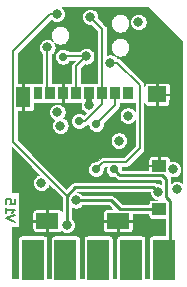
<source format=gbl>
G04 #@! TF.GenerationSoftware,KiCad,Pcbnew,(5.1.5)-3*
G04 #@! TF.CreationDate,2020-04-21T17:30:06+02:00*
G04 #@! TF.ProjectId,Wegard_Logger,57656761-7264-45f4-9c6f-676765722e6b,rev?*
G04 #@! TF.SameCoordinates,Original*
G04 #@! TF.FileFunction,Copper,L4,Bot*
G04 #@! TF.FilePolarity,Positive*
%FSLAX46Y46*%
G04 Gerber Fmt 4.6, Leading zero omitted, Abs format (unit mm)*
G04 Created by KiCad (PCBNEW (5.1.5)-3) date 2020-04-21 17:30:06*
%MOMM*%
%LPD*%
G04 APERTURE LIST*
%ADD10C,0.193040*%
%ADD11C,0.203200*%
%ADD12R,1.900000X1.350000*%
%ADD13R,1.200000X1.000000*%
%ADD14R,1.550000X1.350000*%
%ADD15R,1.170000X1.800000*%
%ADD16R,0.850000X1.100000*%
%ADD17R,0.750000X1.100000*%
%ADD18R,1.846667X3.480000*%
%ADD19C,0.800000*%
%ADD20C,0.736600*%
%ADD21C,0.500000*%
%ADD22C,0.250000*%
%ADD23C,0.101600*%
G04 APERTURE END LIST*
D10*
X141552869Y-112014169D02*
X140780709Y-111756782D01*
X141552869Y-111499396D01*
X140780709Y-110837544D02*
X140780709Y-111278778D01*
X140780709Y-111058161D02*
X141552869Y-111058161D01*
X141442560Y-111131700D01*
X141369021Y-111205239D01*
X141332252Y-111278778D01*
X141552869Y-110138923D02*
X141552869Y-110506618D01*
X141185174Y-110543388D01*
X141221943Y-110506618D01*
X141258713Y-110433079D01*
X141258713Y-110249232D01*
X141221943Y-110175693D01*
X141185174Y-110138923D01*
X141111635Y-110102154D01*
X140927787Y-110102154D01*
X140854248Y-110138923D01*
X140817479Y-110175693D01*
X140780709Y-110249232D01*
X140780709Y-110433079D01*
X140817479Y-110506618D01*
X140854248Y-110543388D01*
D11*
D12*
X144310000Y-111955000D03*
X150280000Y-111955000D03*
D13*
X153780000Y-107280000D03*
X153780000Y-110980000D03*
D14*
X153605000Y-101255000D03*
D15*
X142285000Y-101480000D03*
D16*
X144545000Y-101130000D03*
X145645000Y-101130000D03*
X146745000Y-101130000D03*
X147845000Y-101130000D03*
X148945000Y-101130000D03*
X150045000Y-101130000D03*
D17*
X143495000Y-101130000D03*
D16*
X151145000Y-101130000D03*
D18*
X154155400Y-115239800D03*
X151385400Y-115239800D03*
X148615400Y-115239800D03*
X145845400Y-115239800D03*
X143075400Y-115239800D03*
D19*
X149199600Y-94361000D03*
D20*
X154960000Y-101900000D03*
X146913600Y-105105200D03*
D19*
X142770000Y-97370000D03*
D20*
X152146000Y-96393000D03*
X145288000Y-105105194D03*
X152145994Y-97663000D03*
D19*
X150885504Y-104101766D03*
D20*
X150908681Y-106094079D03*
D19*
X151060000Y-110110000D03*
X142550000Y-112700000D03*
X147800000Y-111190000D03*
X143789400Y-108737400D03*
X155270200Y-109296200D03*
X145161000Y-102743000D03*
X152019000Y-95123000D03*
X145415000Y-103886006D03*
X150368000Y-105156000D03*
X151130000Y-103057678D03*
X154957814Y-107580000D03*
X147830000Y-102150000D03*
X149639410Y-98552000D03*
D20*
X148420000Y-107600000D03*
D19*
X147599400Y-98018600D03*
D20*
X145618200Y-98057710D03*
D19*
X153677190Y-109474000D03*
X145960002Y-112310000D03*
X145120000Y-94440000D03*
X144310000Y-97280000D03*
X147929599Y-94691199D03*
D20*
X147000000Y-103499998D03*
X148463000Y-103759000D03*
D19*
X146727964Y-110227964D03*
D20*
X149970000Y-107610000D03*
D21*
X147830000Y-101160000D02*
X147830000Y-102150000D01*
D11*
X148788299Y-107231701D02*
X148420000Y-107600000D01*
X149057701Y-106962299D02*
X148788299Y-107231701D01*
X150205095Y-98552000D02*
X152130000Y-100476905D01*
X152130000Y-100476905D02*
X152130000Y-105831358D01*
X152130000Y-105831358D02*
X150999059Y-106962299D01*
X149639410Y-98552000D02*
X150205095Y-98552000D01*
X150999059Y-106962299D02*
X149057701Y-106962299D01*
X146750000Y-98868000D02*
X147599400Y-98018600D01*
X146750000Y-101140000D02*
X146750000Y-98868000D01*
X145657310Y-98018600D02*
X145618200Y-98057710D01*
X147599400Y-98018600D02*
X145657310Y-98018600D01*
D22*
X153677190Y-109474000D02*
X153277191Y-109074001D01*
X145960002Y-111744315D02*
X145960002Y-112310000D01*
X146695853Y-109074001D02*
X145957199Y-109812655D01*
X153277191Y-109074001D02*
X146695853Y-109074001D01*
X145957199Y-111741512D02*
X145960002Y-111744315D01*
X145957199Y-109812655D02*
X145957199Y-111741512D01*
D11*
X141420599Y-105290599D02*
X141420599Y-97573716D01*
X141420599Y-97573716D02*
X144554315Y-94440000D01*
X145960002Y-109830002D02*
X141420599Y-105290599D01*
X145960002Y-112310000D02*
X145960002Y-109830002D01*
X144554315Y-94440000D02*
X145120000Y-94440000D01*
X144310000Y-97845685D02*
X144310000Y-97280000D01*
X144310000Y-100900000D02*
X144310000Y-97845685D01*
X144550000Y-101140000D02*
X144310000Y-100900000D01*
X148960000Y-102060852D02*
X147520854Y-103499998D01*
X147520854Y-103499998D02*
X147000000Y-103499998D01*
X147929599Y-94691199D02*
X148960000Y-95721600D01*
X148960000Y-95721600D02*
X148960000Y-102060852D01*
X150040000Y-102182000D02*
X148463000Y-103759000D01*
X150040000Y-101120000D02*
X150040000Y-102182000D01*
D22*
X153780000Y-110980000D02*
X152930000Y-110980000D01*
X150437199Y-110977199D02*
X149687964Y-110227964D01*
X147293649Y-110227964D02*
X146727964Y-110227964D01*
X149687964Y-110227964D02*
X147293649Y-110227964D01*
X152927199Y-110977199D02*
X150437199Y-110977199D01*
X152930000Y-110980000D02*
X152927199Y-110977199D01*
X150338299Y-107978299D02*
X149970000Y-107610000D01*
X150442801Y-108082801D02*
X150338299Y-107978299D01*
X154380000Y-108410000D02*
X154052801Y-108082801D01*
X154380000Y-109934958D02*
X154380000Y-108410000D01*
X154710000Y-110264958D02*
X154380000Y-109934958D01*
X154155400Y-114423134D02*
X154710000Y-113868534D01*
X154155400Y-115239800D02*
X154155400Y-114423134D01*
X154710000Y-113868534D02*
X154710000Y-110264958D01*
X154052801Y-108082801D02*
X150442801Y-108082801D01*
D23*
G36*
X143609784Y-108054520D02*
G01*
X143583817Y-108059685D01*
X143455552Y-108112815D01*
X143340116Y-108189946D01*
X143241946Y-108288116D01*
X143164815Y-108403552D01*
X143111685Y-108531817D01*
X143084600Y-108667983D01*
X143084600Y-108806817D01*
X143111685Y-108942983D01*
X143164815Y-109071248D01*
X143241946Y-109186684D01*
X143340116Y-109284854D01*
X143455552Y-109361985D01*
X143583817Y-109415115D01*
X143719983Y-109442200D01*
X143858817Y-109442200D01*
X143994983Y-109415115D01*
X144123248Y-109361985D01*
X144238684Y-109284854D01*
X144336854Y-109186684D01*
X144413985Y-109071248D01*
X144467115Y-108942983D01*
X144472280Y-108917016D01*
X145527399Y-109972135D01*
X145527400Y-111135377D01*
X145513990Y-111110289D01*
X145476001Y-111063999D01*
X145429711Y-111026010D01*
X145376899Y-110997782D01*
X145319594Y-110980399D01*
X145260000Y-110974529D01*
X144461800Y-110976000D01*
X144385800Y-111052000D01*
X144385800Y-111879200D01*
X144405800Y-111879200D01*
X144405800Y-112030800D01*
X144385800Y-112030800D01*
X144385800Y-112858000D01*
X144461800Y-112934000D01*
X145260000Y-112935471D01*
X145319594Y-112929601D01*
X145376899Y-112912218D01*
X145429711Y-112883990D01*
X145476001Y-112846001D01*
X145486487Y-112833223D01*
X145510718Y-112857454D01*
X145626154Y-112934585D01*
X145754419Y-112987715D01*
X145890585Y-113014800D01*
X146029419Y-113014800D01*
X146165585Y-112987715D01*
X146293850Y-112934585D01*
X146409286Y-112857454D01*
X146507456Y-112759284D01*
X146584587Y-112643848D01*
X146590323Y-112630000D01*
X149024529Y-112630000D01*
X149030399Y-112689594D01*
X149047782Y-112746899D01*
X149076010Y-112799711D01*
X149113999Y-112846001D01*
X149160289Y-112883990D01*
X149213101Y-112912218D01*
X149270406Y-112929601D01*
X149330000Y-112935471D01*
X150128200Y-112934000D01*
X150204200Y-112858000D01*
X150204200Y-112030800D01*
X150355800Y-112030800D01*
X150355800Y-112858000D01*
X150431800Y-112934000D01*
X151230000Y-112935471D01*
X151289594Y-112929601D01*
X151346899Y-112912218D01*
X151399711Y-112883990D01*
X151446001Y-112846001D01*
X151483990Y-112799711D01*
X151512218Y-112746899D01*
X151529601Y-112689594D01*
X151535471Y-112630000D01*
X151534000Y-112106800D01*
X151458000Y-112030800D01*
X150355800Y-112030800D01*
X150204200Y-112030800D01*
X149102000Y-112030800D01*
X149026000Y-112106800D01*
X149024529Y-112630000D01*
X146590323Y-112630000D01*
X146637717Y-112515583D01*
X146664802Y-112379417D01*
X146664802Y-112240583D01*
X146637717Y-112104417D01*
X146584587Y-111976152D01*
X146507456Y-111860716D01*
X146409286Y-111762546D01*
X146391271Y-111750509D01*
X146391881Y-111744314D01*
X146389802Y-111723206D01*
X146386999Y-111694745D01*
X146386999Y-110847794D01*
X146394116Y-110852549D01*
X146522381Y-110905679D01*
X146658547Y-110932764D01*
X146797381Y-110932764D01*
X146933547Y-110905679D01*
X147061812Y-110852549D01*
X147177248Y-110775418D01*
X147275418Y-110677248D01*
X147288437Y-110657764D01*
X149509936Y-110657764D01*
X149827617Y-110975446D01*
X149330000Y-110974529D01*
X149270406Y-110980399D01*
X149213101Y-110997782D01*
X149160289Y-111026010D01*
X149113999Y-111063999D01*
X149076010Y-111110289D01*
X149047782Y-111163101D01*
X149030399Y-111220406D01*
X149024529Y-111280000D01*
X149026000Y-111803200D01*
X149102000Y-111879200D01*
X150204200Y-111879200D01*
X150204200Y-111859200D01*
X150355800Y-111859200D01*
X150355800Y-111879200D01*
X151458000Y-111879200D01*
X151534000Y-111803200D01*
X151535114Y-111406999D01*
X152873726Y-111406999D01*
X152873726Y-111480000D01*
X152879611Y-111539751D01*
X152897040Y-111597206D01*
X152925342Y-111650157D01*
X152963432Y-111696568D01*
X153009843Y-111734658D01*
X153062794Y-111762960D01*
X153120249Y-111780389D01*
X153180000Y-111786274D01*
X154280201Y-111786274D01*
X154280200Y-113193526D01*
X153232067Y-113193526D01*
X153172316Y-113199411D01*
X153114861Y-113216840D01*
X153061910Y-113245142D01*
X153015499Y-113283232D01*
X152977409Y-113329643D01*
X152949107Y-113382594D01*
X152931678Y-113440049D01*
X152925793Y-113499800D01*
X152925793Y-116822200D01*
X152615007Y-116822200D01*
X152615007Y-113499800D01*
X152609122Y-113440049D01*
X152591693Y-113382594D01*
X152563391Y-113329643D01*
X152525301Y-113283232D01*
X152478890Y-113245142D01*
X152425939Y-113216840D01*
X152368484Y-113199411D01*
X152308733Y-113193526D01*
X150462067Y-113193526D01*
X150402316Y-113199411D01*
X150344861Y-113216840D01*
X150291910Y-113245142D01*
X150245499Y-113283232D01*
X150207409Y-113329643D01*
X150179107Y-113382594D01*
X150161678Y-113440049D01*
X150155793Y-113499800D01*
X150155793Y-116822200D01*
X149845007Y-116822200D01*
X149845007Y-113499800D01*
X149839122Y-113440049D01*
X149821693Y-113382594D01*
X149793391Y-113329643D01*
X149755301Y-113283232D01*
X149708890Y-113245142D01*
X149655939Y-113216840D01*
X149598484Y-113199411D01*
X149538733Y-113193526D01*
X147692067Y-113193526D01*
X147632316Y-113199411D01*
X147574861Y-113216840D01*
X147521910Y-113245142D01*
X147475499Y-113283232D01*
X147437409Y-113329643D01*
X147409107Y-113382594D01*
X147391678Y-113440049D01*
X147385793Y-113499800D01*
X147385793Y-116822200D01*
X147075007Y-116822200D01*
X147075007Y-113499800D01*
X147069122Y-113440049D01*
X147051693Y-113382594D01*
X147023391Y-113329643D01*
X146985301Y-113283232D01*
X146938890Y-113245142D01*
X146885939Y-113216840D01*
X146828484Y-113199411D01*
X146768733Y-113193526D01*
X144922067Y-113193526D01*
X144862316Y-113199411D01*
X144804861Y-113216840D01*
X144751910Y-113245142D01*
X144705499Y-113283232D01*
X144667409Y-113329643D01*
X144639107Y-113382594D01*
X144621678Y-113440049D01*
X144615793Y-113499800D01*
X144615793Y-116822200D01*
X144305007Y-116822200D01*
X144305007Y-113499800D01*
X144299122Y-113440049D01*
X144281693Y-113382594D01*
X144253391Y-113329643D01*
X144215301Y-113283232D01*
X144168890Y-113245142D01*
X144115939Y-113216840D01*
X144058484Y-113199411D01*
X143998733Y-113193526D01*
X142152067Y-113193526D01*
X142092316Y-113199411D01*
X142034861Y-113216840D01*
X141981910Y-113245142D01*
X141935499Y-113283232D01*
X141897409Y-113329643D01*
X141869107Y-113382594D01*
X141851678Y-113440049D01*
X141845793Y-113499800D01*
X141845793Y-116822200D01*
X141287500Y-116822200D01*
X141287500Y-112630000D01*
X143054529Y-112630000D01*
X143060399Y-112689594D01*
X143077782Y-112746899D01*
X143106010Y-112799711D01*
X143143999Y-112846001D01*
X143190289Y-112883990D01*
X143243101Y-112912218D01*
X143300406Y-112929601D01*
X143360000Y-112935471D01*
X144158200Y-112934000D01*
X144234200Y-112858000D01*
X144234200Y-112030800D01*
X143132000Y-112030800D01*
X143056000Y-112106800D01*
X143054529Y-112630000D01*
X141287500Y-112630000D01*
X141287500Y-112470232D01*
X141939975Y-112470232D01*
X141939975Y-111280000D01*
X143054529Y-111280000D01*
X143056000Y-111803200D01*
X143132000Y-111879200D01*
X144234200Y-111879200D01*
X144234200Y-111052000D01*
X144158200Y-110976000D01*
X143360000Y-110974529D01*
X143300406Y-110980399D01*
X143243101Y-110997782D01*
X143190289Y-111026010D01*
X143143999Y-111063999D01*
X143106010Y-111110289D01*
X143077782Y-111163101D01*
X143060399Y-111220406D01*
X143054529Y-111280000D01*
X141939975Y-111280000D01*
X141939975Y-109524800D01*
X141287500Y-109524800D01*
X141287500Y-105732236D01*
X143609784Y-108054520D01*
G37*
X143609784Y-108054520D02*
X143583817Y-108059685D01*
X143455552Y-108112815D01*
X143340116Y-108189946D01*
X143241946Y-108288116D01*
X143164815Y-108403552D01*
X143111685Y-108531817D01*
X143084600Y-108667983D01*
X143084600Y-108806817D01*
X143111685Y-108942983D01*
X143164815Y-109071248D01*
X143241946Y-109186684D01*
X143340116Y-109284854D01*
X143455552Y-109361985D01*
X143583817Y-109415115D01*
X143719983Y-109442200D01*
X143858817Y-109442200D01*
X143994983Y-109415115D01*
X144123248Y-109361985D01*
X144238684Y-109284854D01*
X144336854Y-109186684D01*
X144413985Y-109071248D01*
X144467115Y-108942983D01*
X144472280Y-108917016D01*
X145527399Y-109972135D01*
X145527400Y-111135377D01*
X145513990Y-111110289D01*
X145476001Y-111063999D01*
X145429711Y-111026010D01*
X145376899Y-110997782D01*
X145319594Y-110980399D01*
X145260000Y-110974529D01*
X144461800Y-110976000D01*
X144385800Y-111052000D01*
X144385800Y-111879200D01*
X144405800Y-111879200D01*
X144405800Y-112030800D01*
X144385800Y-112030800D01*
X144385800Y-112858000D01*
X144461800Y-112934000D01*
X145260000Y-112935471D01*
X145319594Y-112929601D01*
X145376899Y-112912218D01*
X145429711Y-112883990D01*
X145476001Y-112846001D01*
X145486487Y-112833223D01*
X145510718Y-112857454D01*
X145626154Y-112934585D01*
X145754419Y-112987715D01*
X145890585Y-113014800D01*
X146029419Y-113014800D01*
X146165585Y-112987715D01*
X146293850Y-112934585D01*
X146409286Y-112857454D01*
X146507456Y-112759284D01*
X146584587Y-112643848D01*
X146590323Y-112630000D01*
X149024529Y-112630000D01*
X149030399Y-112689594D01*
X149047782Y-112746899D01*
X149076010Y-112799711D01*
X149113999Y-112846001D01*
X149160289Y-112883990D01*
X149213101Y-112912218D01*
X149270406Y-112929601D01*
X149330000Y-112935471D01*
X150128200Y-112934000D01*
X150204200Y-112858000D01*
X150204200Y-112030800D01*
X150355800Y-112030800D01*
X150355800Y-112858000D01*
X150431800Y-112934000D01*
X151230000Y-112935471D01*
X151289594Y-112929601D01*
X151346899Y-112912218D01*
X151399711Y-112883990D01*
X151446001Y-112846001D01*
X151483990Y-112799711D01*
X151512218Y-112746899D01*
X151529601Y-112689594D01*
X151535471Y-112630000D01*
X151534000Y-112106800D01*
X151458000Y-112030800D01*
X150355800Y-112030800D01*
X150204200Y-112030800D01*
X149102000Y-112030800D01*
X149026000Y-112106800D01*
X149024529Y-112630000D01*
X146590323Y-112630000D01*
X146637717Y-112515583D01*
X146664802Y-112379417D01*
X146664802Y-112240583D01*
X146637717Y-112104417D01*
X146584587Y-111976152D01*
X146507456Y-111860716D01*
X146409286Y-111762546D01*
X146391271Y-111750509D01*
X146391881Y-111744314D01*
X146389802Y-111723206D01*
X146386999Y-111694745D01*
X146386999Y-110847794D01*
X146394116Y-110852549D01*
X146522381Y-110905679D01*
X146658547Y-110932764D01*
X146797381Y-110932764D01*
X146933547Y-110905679D01*
X147061812Y-110852549D01*
X147177248Y-110775418D01*
X147275418Y-110677248D01*
X147288437Y-110657764D01*
X149509936Y-110657764D01*
X149827617Y-110975446D01*
X149330000Y-110974529D01*
X149270406Y-110980399D01*
X149213101Y-110997782D01*
X149160289Y-111026010D01*
X149113999Y-111063999D01*
X149076010Y-111110289D01*
X149047782Y-111163101D01*
X149030399Y-111220406D01*
X149024529Y-111280000D01*
X149026000Y-111803200D01*
X149102000Y-111879200D01*
X150204200Y-111879200D01*
X150204200Y-111859200D01*
X150355800Y-111859200D01*
X150355800Y-111879200D01*
X151458000Y-111879200D01*
X151534000Y-111803200D01*
X151535114Y-111406999D01*
X152873726Y-111406999D01*
X152873726Y-111480000D01*
X152879611Y-111539751D01*
X152897040Y-111597206D01*
X152925342Y-111650157D01*
X152963432Y-111696568D01*
X153009843Y-111734658D01*
X153062794Y-111762960D01*
X153120249Y-111780389D01*
X153180000Y-111786274D01*
X154280201Y-111786274D01*
X154280200Y-113193526D01*
X153232067Y-113193526D01*
X153172316Y-113199411D01*
X153114861Y-113216840D01*
X153061910Y-113245142D01*
X153015499Y-113283232D01*
X152977409Y-113329643D01*
X152949107Y-113382594D01*
X152931678Y-113440049D01*
X152925793Y-113499800D01*
X152925793Y-116822200D01*
X152615007Y-116822200D01*
X152615007Y-113499800D01*
X152609122Y-113440049D01*
X152591693Y-113382594D01*
X152563391Y-113329643D01*
X152525301Y-113283232D01*
X152478890Y-113245142D01*
X152425939Y-113216840D01*
X152368484Y-113199411D01*
X152308733Y-113193526D01*
X150462067Y-113193526D01*
X150402316Y-113199411D01*
X150344861Y-113216840D01*
X150291910Y-113245142D01*
X150245499Y-113283232D01*
X150207409Y-113329643D01*
X150179107Y-113382594D01*
X150161678Y-113440049D01*
X150155793Y-113499800D01*
X150155793Y-116822200D01*
X149845007Y-116822200D01*
X149845007Y-113499800D01*
X149839122Y-113440049D01*
X149821693Y-113382594D01*
X149793391Y-113329643D01*
X149755301Y-113283232D01*
X149708890Y-113245142D01*
X149655939Y-113216840D01*
X149598484Y-113199411D01*
X149538733Y-113193526D01*
X147692067Y-113193526D01*
X147632316Y-113199411D01*
X147574861Y-113216840D01*
X147521910Y-113245142D01*
X147475499Y-113283232D01*
X147437409Y-113329643D01*
X147409107Y-113382594D01*
X147391678Y-113440049D01*
X147385793Y-113499800D01*
X147385793Y-116822200D01*
X147075007Y-116822200D01*
X147075007Y-113499800D01*
X147069122Y-113440049D01*
X147051693Y-113382594D01*
X147023391Y-113329643D01*
X146985301Y-113283232D01*
X146938890Y-113245142D01*
X146885939Y-113216840D01*
X146828484Y-113199411D01*
X146768733Y-113193526D01*
X144922067Y-113193526D01*
X144862316Y-113199411D01*
X144804861Y-113216840D01*
X144751910Y-113245142D01*
X144705499Y-113283232D01*
X144667409Y-113329643D01*
X144639107Y-113382594D01*
X144621678Y-113440049D01*
X144615793Y-113499800D01*
X144615793Y-116822200D01*
X144305007Y-116822200D01*
X144305007Y-113499800D01*
X144299122Y-113440049D01*
X144281693Y-113382594D01*
X144253391Y-113329643D01*
X144215301Y-113283232D01*
X144168890Y-113245142D01*
X144115939Y-113216840D01*
X144058484Y-113199411D01*
X143998733Y-113193526D01*
X142152067Y-113193526D01*
X142092316Y-113199411D01*
X142034861Y-113216840D01*
X141981910Y-113245142D01*
X141935499Y-113283232D01*
X141897409Y-113329643D01*
X141869107Y-113382594D01*
X141851678Y-113440049D01*
X141845793Y-113499800D01*
X141845793Y-116822200D01*
X141287500Y-116822200D01*
X141287500Y-112630000D01*
X143054529Y-112630000D01*
X143060399Y-112689594D01*
X143077782Y-112746899D01*
X143106010Y-112799711D01*
X143143999Y-112846001D01*
X143190289Y-112883990D01*
X143243101Y-112912218D01*
X143300406Y-112929601D01*
X143360000Y-112935471D01*
X144158200Y-112934000D01*
X144234200Y-112858000D01*
X144234200Y-112030800D01*
X143132000Y-112030800D01*
X143056000Y-112106800D01*
X143054529Y-112630000D01*
X141287500Y-112630000D01*
X141287500Y-112470232D01*
X141939975Y-112470232D01*
X141939975Y-111280000D01*
X143054529Y-111280000D01*
X143056000Y-111803200D01*
X143132000Y-111879200D01*
X144234200Y-111879200D01*
X144234200Y-111052000D01*
X144158200Y-110976000D01*
X143360000Y-110974529D01*
X143300406Y-110980399D01*
X143243101Y-110997782D01*
X143190289Y-111026010D01*
X143143999Y-111063999D01*
X143106010Y-111110289D01*
X143077782Y-111163101D01*
X143060399Y-111220406D01*
X143054529Y-111280000D01*
X141939975Y-111280000D01*
X141939975Y-109524800D01*
X141287500Y-109524800D01*
X141287500Y-105732236D01*
X143609784Y-108054520D01*
G36*
X152972390Y-109543417D02*
G01*
X152999475Y-109679583D01*
X153052605Y-109807848D01*
X153129736Y-109923284D01*
X153227906Y-110021454D01*
X153343342Y-110098585D01*
X153471607Y-110151715D01*
X153582264Y-110173726D01*
X153180000Y-110173726D01*
X153120249Y-110179611D01*
X153062794Y-110197040D01*
X153009843Y-110225342D01*
X152963432Y-110263432D01*
X152925342Y-110309843D01*
X152897040Y-110362794D01*
X152879611Y-110420249D01*
X152873726Y-110480000D01*
X152873726Y-110547399D01*
X150615228Y-110547399D01*
X150006812Y-109938984D01*
X149993349Y-109922579D01*
X149927903Y-109868870D01*
X149853237Y-109828960D01*
X149772219Y-109804383D01*
X149709073Y-109798164D01*
X149709071Y-109798164D01*
X149687964Y-109796085D01*
X149666857Y-109798164D01*
X147288437Y-109798164D01*
X147275418Y-109778680D01*
X147177248Y-109680510D01*
X147061812Y-109603379D01*
X146933547Y-109550249D01*
X146845039Y-109532644D01*
X146873882Y-109503801D01*
X152972390Y-109503801D01*
X152972390Y-109543417D01*
G37*
X152972390Y-109543417D02*
X152999475Y-109679583D01*
X153052605Y-109807848D01*
X153129736Y-109923284D01*
X153227906Y-110021454D01*
X153343342Y-110098585D01*
X153471607Y-110151715D01*
X153582264Y-110173726D01*
X153180000Y-110173726D01*
X153120249Y-110179611D01*
X153062794Y-110197040D01*
X153009843Y-110225342D01*
X152963432Y-110263432D01*
X152925342Y-110309843D01*
X152897040Y-110362794D01*
X152879611Y-110420249D01*
X152873726Y-110480000D01*
X152873726Y-110547399D01*
X150615228Y-110547399D01*
X150006812Y-109938984D01*
X149993349Y-109922579D01*
X149927903Y-109868870D01*
X149853237Y-109828960D01*
X149772219Y-109804383D01*
X149709073Y-109798164D01*
X149709071Y-109798164D01*
X149687964Y-109796085D01*
X149666857Y-109798164D01*
X147288437Y-109798164D01*
X147275418Y-109778680D01*
X147177248Y-109680510D01*
X147061812Y-109603379D01*
X146933547Y-109550249D01*
X146845039Y-109532644D01*
X146873882Y-109503801D01*
X152972390Y-109503801D01*
X152972390Y-109543417D01*
G36*
X155714701Y-96768038D02*
G01*
X155714700Y-108745550D01*
X155604048Y-108671615D01*
X155475783Y-108618485D01*
X155339617Y-108591400D01*
X155200783Y-108591400D01*
X155064617Y-108618485D01*
X154936352Y-108671615D01*
X154820916Y-108748746D01*
X154809800Y-108759862D01*
X154809800Y-108431106D01*
X154811879Y-108409999D01*
X154809800Y-108388891D01*
X154803581Y-108325745D01*
X154784916Y-108264216D01*
X154888397Y-108284800D01*
X155027231Y-108284800D01*
X155163397Y-108257715D01*
X155291662Y-108204585D01*
X155407098Y-108127454D01*
X155505268Y-108029284D01*
X155582399Y-107913848D01*
X155635529Y-107785583D01*
X155662614Y-107649417D01*
X155662614Y-107510583D01*
X155635529Y-107374417D01*
X155582399Y-107246152D01*
X155505268Y-107130716D01*
X155407098Y-107032546D01*
X155291662Y-106955415D01*
X155163397Y-106902285D01*
X155027231Y-106875200D01*
X154888397Y-106875200D01*
X154752231Y-106902285D01*
X154684836Y-106930201D01*
X154685471Y-106780000D01*
X154679601Y-106720406D01*
X154662218Y-106663101D01*
X154633990Y-106610289D01*
X154596001Y-106563999D01*
X154549711Y-106526010D01*
X154496899Y-106497782D01*
X154439594Y-106480399D01*
X154380000Y-106474529D01*
X153931800Y-106476000D01*
X153855800Y-106552000D01*
X153855800Y-107204200D01*
X153875800Y-107204200D01*
X153875800Y-107355800D01*
X153855800Y-107355800D01*
X153855800Y-107375800D01*
X153704200Y-107375800D01*
X153704200Y-107355800D01*
X152952000Y-107355800D01*
X152876000Y-107431800D01*
X152875066Y-107653001D01*
X150643100Y-107653001D01*
X150643100Y-107543705D01*
X150617233Y-107413664D01*
X150598608Y-107368699D01*
X150979106Y-107368699D01*
X150999059Y-107370664D01*
X151019012Y-107368699D01*
X151019019Y-107368699D01*
X151078727Y-107362818D01*
X151155334Y-107339580D01*
X151225935Y-107301843D01*
X151287817Y-107251057D01*
X151300541Y-107235553D01*
X151756094Y-106780000D01*
X152874529Y-106780000D01*
X152876000Y-107128200D01*
X152952000Y-107204200D01*
X153704200Y-107204200D01*
X153704200Y-106552000D01*
X153628200Y-106476000D01*
X153180000Y-106474529D01*
X153120406Y-106480399D01*
X153063101Y-106497782D01*
X153010289Y-106526010D01*
X152963999Y-106563999D01*
X152926010Y-106610289D01*
X152897782Y-106663101D01*
X152880399Y-106720406D01*
X152874529Y-106780000D01*
X151756094Y-106780000D01*
X152403254Y-106132840D01*
X152418758Y-106120116D01*
X152469544Y-106058234D01*
X152507281Y-105987633D01*
X152530519Y-105911026D01*
X152536400Y-105851318D01*
X152536400Y-105851312D01*
X152538365Y-105831359D01*
X152536400Y-105811406D01*
X152536400Y-102009377D01*
X152547782Y-102046899D01*
X152576010Y-102099711D01*
X152613999Y-102146001D01*
X152660289Y-102183990D01*
X152713101Y-102212218D01*
X152770406Y-102229601D01*
X152830000Y-102235471D01*
X153453200Y-102234000D01*
X153529200Y-102158000D01*
X153529200Y-101330800D01*
X153680800Y-101330800D01*
X153680800Y-102158000D01*
X153756800Y-102234000D01*
X154380000Y-102235471D01*
X154439594Y-102229601D01*
X154496899Y-102212218D01*
X154549711Y-102183990D01*
X154596001Y-102146001D01*
X154633990Y-102099711D01*
X154662218Y-102046899D01*
X154679601Y-101989594D01*
X154685471Y-101930000D01*
X154684000Y-101406800D01*
X154608000Y-101330800D01*
X153680800Y-101330800D01*
X153529200Y-101330800D01*
X153509200Y-101330800D01*
X153509200Y-101179200D01*
X153529200Y-101179200D01*
X153529200Y-100352000D01*
X153680800Y-100352000D01*
X153680800Y-101179200D01*
X154608000Y-101179200D01*
X154684000Y-101103200D01*
X154685471Y-100580000D01*
X154679601Y-100520406D01*
X154662218Y-100463101D01*
X154633990Y-100410289D01*
X154596001Y-100363999D01*
X154549711Y-100326010D01*
X154496899Y-100297782D01*
X154439594Y-100280399D01*
X154380000Y-100274529D01*
X153756800Y-100276000D01*
X153680800Y-100352000D01*
X153529200Y-100352000D01*
X153453200Y-100276000D01*
X152830000Y-100274529D01*
X152770406Y-100280399D01*
X152713101Y-100297782D01*
X152660289Y-100326010D01*
X152613999Y-100363999D01*
X152576010Y-100410289D01*
X152547782Y-100463101D01*
X152536400Y-100500623D01*
X152536400Y-100496858D01*
X152538365Y-100476905D01*
X152536400Y-100456952D01*
X152536400Y-100456945D01*
X152530519Y-100397237D01*
X152507281Y-100320630D01*
X152469544Y-100250029D01*
X152448717Y-100224651D01*
X152431482Y-100203650D01*
X152431477Y-100203645D01*
X152418758Y-100188147D01*
X152403261Y-100175429D01*
X150506577Y-98278746D01*
X150493853Y-98263242D01*
X150431971Y-98212456D01*
X150361370Y-98174719D01*
X150284763Y-98151481D01*
X150225055Y-98145600D01*
X150225048Y-98145600D01*
X150214847Y-98144595D01*
X150186864Y-98102716D01*
X150088694Y-98004546D01*
X149973258Y-97927415D01*
X149844993Y-97874285D01*
X149708827Y-97847200D01*
X149569993Y-97847200D01*
X149433827Y-97874285D01*
X149366400Y-97902215D01*
X149366400Y-97177797D01*
X149669500Y-97177797D01*
X149669500Y-97335403D01*
X149700248Y-97489980D01*
X149760561Y-97635589D01*
X149848122Y-97766634D01*
X149959566Y-97878078D01*
X150090611Y-97965639D01*
X150236220Y-98025952D01*
X150390797Y-98056700D01*
X150548403Y-98056700D01*
X150702980Y-98025952D01*
X150848589Y-97965639D01*
X150979634Y-97878078D01*
X151091078Y-97766634D01*
X151178639Y-97635589D01*
X151238952Y-97489980D01*
X151269700Y-97335403D01*
X151269700Y-97177797D01*
X151238952Y-97023220D01*
X151178639Y-96877611D01*
X151091078Y-96746566D01*
X150979634Y-96635122D01*
X150848589Y-96547561D01*
X150702980Y-96487248D01*
X150548403Y-96456500D01*
X150390797Y-96456500D01*
X150236220Y-96487248D01*
X150090611Y-96547561D01*
X149959566Y-96635122D01*
X149848122Y-96746566D01*
X149760561Y-96877611D01*
X149700248Y-97023220D01*
X149669500Y-97177797D01*
X149366400Y-97177797D01*
X149366400Y-95741552D01*
X149368365Y-95721599D01*
X149366400Y-95701646D01*
X149366400Y-95701640D01*
X149360519Y-95641932D01*
X149337281Y-95565325D01*
X149299544Y-95494724D01*
X149248758Y-95432842D01*
X149233255Y-95420119D01*
X148958933Y-95145797D01*
X149669500Y-95145797D01*
X149669500Y-95303403D01*
X149700248Y-95457980D01*
X149760561Y-95603589D01*
X149848122Y-95734634D01*
X149959566Y-95846078D01*
X150090611Y-95933639D01*
X150236220Y-95993952D01*
X150390797Y-96024700D01*
X150548403Y-96024700D01*
X150702980Y-95993952D01*
X150848589Y-95933639D01*
X150979634Y-95846078D01*
X151091078Y-95734634D01*
X151178639Y-95603589D01*
X151238952Y-95457980D01*
X151269700Y-95303403D01*
X151269700Y-95145797D01*
X151251358Y-95053583D01*
X151314200Y-95053583D01*
X151314200Y-95192417D01*
X151341285Y-95328583D01*
X151394415Y-95456848D01*
X151471546Y-95572284D01*
X151569716Y-95670454D01*
X151685152Y-95747585D01*
X151813417Y-95800715D01*
X151949583Y-95827800D01*
X152088417Y-95827800D01*
X152224583Y-95800715D01*
X152352848Y-95747585D01*
X152468284Y-95670454D01*
X152566454Y-95572284D01*
X152643585Y-95456848D01*
X152696715Y-95328583D01*
X152723800Y-95192417D01*
X152723800Y-95053583D01*
X152696715Y-94917417D01*
X152643585Y-94789152D01*
X152566454Y-94673716D01*
X152468284Y-94575546D01*
X152352848Y-94498415D01*
X152224583Y-94445285D01*
X152088417Y-94418200D01*
X151949583Y-94418200D01*
X151813417Y-94445285D01*
X151685152Y-94498415D01*
X151569716Y-94575546D01*
X151471546Y-94673716D01*
X151394415Y-94789152D01*
X151341285Y-94917417D01*
X151314200Y-95053583D01*
X151251358Y-95053583D01*
X151238952Y-94991220D01*
X151178639Y-94845611D01*
X151091078Y-94714566D01*
X150979634Y-94603122D01*
X150848589Y-94515561D01*
X150702980Y-94455248D01*
X150548403Y-94424500D01*
X150390797Y-94424500D01*
X150236220Y-94455248D01*
X150090611Y-94515561D01*
X149959566Y-94603122D01*
X149848122Y-94714566D01*
X149760561Y-94845611D01*
X149700248Y-94991220D01*
X149669500Y-95145797D01*
X148958933Y-95145797D01*
X148624337Y-94811201D01*
X148634399Y-94760616D01*
X148634399Y-94621782D01*
X148607314Y-94485616D01*
X148554184Y-94357351D01*
X148477053Y-94241915D01*
X148378883Y-94143745D01*
X148263447Y-94066614D01*
X148135182Y-94013484D01*
X147999016Y-93986399D01*
X147860182Y-93986399D01*
X147724016Y-94013484D01*
X147595751Y-94066614D01*
X147480315Y-94143745D01*
X147382145Y-94241915D01*
X147305014Y-94357351D01*
X147251884Y-94485616D01*
X147224799Y-94621782D01*
X147224799Y-94760616D01*
X147251884Y-94896782D01*
X147305014Y-95025047D01*
X147382145Y-95140483D01*
X147480315Y-95238653D01*
X147595751Y-95315784D01*
X147724016Y-95368914D01*
X147860182Y-95395999D01*
X147999016Y-95395999D01*
X148049601Y-95385937D01*
X148553600Y-95889936D01*
X148553601Y-100273726D01*
X148520000Y-100273726D01*
X148460249Y-100279611D01*
X148402794Y-100297040D01*
X148395000Y-100301206D01*
X148387206Y-100297040D01*
X148329751Y-100279611D01*
X148270000Y-100273726D01*
X147420000Y-100273726D01*
X147360249Y-100279611D01*
X147302794Y-100297040D01*
X147295000Y-100301206D01*
X147287206Y-100297040D01*
X147229751Y-100279611D01*
X147170000Y-100273726D01*
X147156400Y-100273726D01*
X147156400Y-99036336D01*
X147479398Y-98713338D01*
X147529983Y-98723400D01*
X147668817Y-98723400D01*
X147804983Y-98696315D01*
X147933248Y-98643185D01*
X148048684Y-98566054D01*
X148146854Y-98467884D01*
X148223985Y-98352448D01*
X148277115Y-98224183D01*
X148304200Y-98088017D01*
X148304200Y-97949183D01*
X148277115Y-97813017D01*
X148223985Y-97684752D01*
X148146854Y-97569316D01*
X148048684Y-97471146D01*
X147933248Y-97394015D01*
X147804983Y-97340885D01*
X147668817Y-97313800D01*
X147529983Y-97313800D01*
X147393817Y-97340885D01*
X147265552Y-97394015D01*
X147150116Y-97471146D01*
X147051946Y-97569316D01*
X147023292Y-97612200D01*
X146124597Y-97612200D01*
X146047276Y-97534879D01*
X145937032Y-97461216D01*
X145814536Y-97410477D01*
X145684495Y-97384610D01*
X145551905Y-97384610D01*
X145421864Y-97410477D01*
X145299368Y-97461216D01*
X145189124Y-97534879D01*
X145095369Y-97628634D01*
X145021706Y-97738878D01*
X144970967Y-97861374D01*
X144945100Y-97991415D01*
X144945100Y-98124005D01*
X144970967Y-98254046D01*
X145021706Y-98376542D01*
X145095369Y-98486786D01*
X145189124Y-98580541D01*
X145299368Y-98654204D01*
X145421864Y-98704943D01*
X145551905Y-98730810D01*
X145684495Y-98730810D01*
X145814536Y-98704943D01*
X145937032Y-98654204D01*
X146047276Y-98580541D01*
X146141031Y-98486786D01*
X146182315Y-98425000D01*
X146618264Y-98425000D01*
X146476741Y-98566523D01*
X146461243Y-98579242D01*
X146448524Y-98594740D01*
X146448518Y-98594746D01*
X146427549Y-98620298D01*
X146410457Y-98641124D01*
X146403466Y-98654204D01*
X146372719Y-98711726D01*
X146349481Y-98788332D01*
X146341635Y-98868000D01*
X146343601Y-98887963D01*
X146343600Y-100273726D01*
X146320000Y-100273726D01*
X146260249Y-100279611D01*
X146202794Y-100297040D01*
X146194152Y-100301659D01*
X146186899Y-100297782D01*
X146129594Y-100280399D01*
X146070000Y-100274529D01*
X145796800Y-100276000D01*
X145720800Y-100352000D01*
X145720800Y-101054200D01*
X145740800Y-101054200D01*
X145740800Y-101205800D01*
X145720800Y-101205800D01*
X145720800Y-101908000D01*
X145796800Y-101984000D01*
X146070000Y-101985471D01*
X146129594Y-101979601D01*
X146186899Y-101962218D01*
X146194152Y-101958341D01*
X146202794Y-101962960D01*
X146260249Y-101980389D01*
X146320000Y-101986274D01*
X147143959Y-101986274D01*
X147125200Y-102080583D01*
X147125200Y-102219417D01*
X147152285Y-102355583D01*
X147205415Y-102483848D01*
X147282546Y-102599284D01*
X147380716Y-102697454D01*
X147496152Y-102774585D01*
X147620163Y-102825953D01*
X147449012Y-102997103D01*
X147429076Y-102977167D01*
X147318832Y-102903504D01*
X147196336Y-102852765D01*
X147066295Y-102826898D01*
X146933705Y-102826898D01*
X146803664Y-102852765D01*
X146681168Y-102903504D01*
X146570924Y-102977167D01*
X146477169Y-103070922D01*
X146403506Y-103181166D01*
X146352767Y-103303662D01*
X146326900Y-103433703D01*
X146326900Y-103566293D01*
X146352767Y-103696334D01*
X146403506Y-103818830D01*
X146477169Y-103929074D01*
X146570924Y-104022829D01*
X146681168Y-104096492D01*
X146803664Y-104147231D01*
X146933705Y-104173098D01*
X147066295Y-104173098D01*
X147196336Y-104147231D01*
X147318832Y-104096492D01*
X147429076Y-104022829D01*
X147522831Y-103929074D01*
X147537784Y-103906696D01*
X147540807Y-103906398D01*
X147540814Y-103906398D01*
X147600522Y-103900517D01*
X147677129Y-103877279D01*
X147747730Y-103839542D01*
X147789900Y-103804933D01*
X147789900Y-103825295D01*
X147815767Y-103955336D01*
X147866506Y-104077832D01*
X147940169Y-104188076D01*
X148033924Y-104281831D01*
X148144168Y-104355494D01*
X148266664Y-104406233D01*
X148396705Y-104432100D01*
X148529295Y-104432100D01*
X148659336Y-104406233D01*
X148781832Y-104355494D01*
X148892076Y-104281831D01*
X148985831Y-104188076D01*
X149059494Y-104077832D01*
X149110233Y-103955336D01*
X149136100Y-103825295D01*
X149136100Y-103692705D01*
X149130779Y-103665957D01*
X150313260Y-102483477D01*
X150328758Y-102470758D01*
X150341477Y-102455260D01*
X150341482Y-102455255D01*
X150379317Y-102409152D01*
X150379544Y-102408876D01*
X150417281Y-102338275D01*
X150440519Y-102261668D01*
X150446400Y-102201960D01*
X150446400Y-102201953D01*
X150448365Y-102182000D01*
X150446400Y-102162047D01*
X150446400Y-101986274D01*
X150470000Y-101986274D01*
X150529751Y-101980389D01*
X150587206Y-101962960D01*
X150595000Y-101958794D01*
X150602794Y-101962960D01*
X150660249Y-101980389D01*
X150720000Y-101986274D01*
X151570000Y-101986274D01*
X151629751Y-101980389D01*
X151687206Y-101962960D01*
X151723600Y-101943507D01*
X151723600Y-102677458D01*
X151677454Y-102608394D01*
X151579284Y-102510224D01*
X151463848Y-102433093D01*
X151335583Y-102379963D01*
X151199417Y-102352878D01*
X151060583Y-102352878D01*
X150924417Y-102379963D01*
X150796152Y-102433093D01*
X150680716Y-102510224D01*
X150582546Y-102608394D01*
X150505415Y-102723830D01*
X150452285Y-102852095D01*
X150425200Y-102988261D01*
X150425200Y-103127095D01*
X150452285Y-103263261D01*
X150505415Y-103391526D01*
X150582546Y-103506962D01*
X150680716Y-103605132D01*
X150796152Y-103682263D01*
X150924417Y-103735393D01*
X151060583Y-103762478D01*
X151199417Y-103762478D01*
X151335583Y-103735393D01*
X151463848Y-103682263D01*
X151579284Y-103605132D01*
X151677454Y-103506962D01*
X151723601Y-103437898D01*
X151723601Y-105663021D01*
X150830723Y-106555899D01*
X149077654Y-106555899D01*
X149057701Y-106553934D01*
X149037748Y-106555899D01*
X149037741Y-106555899D01*
X148985305Y-106561064D01*
X148978032Y-106561780D01*
X148901426Y-106585018D01*
X148830825Y-106622755D01*
X148768943Y-106673541D01*
X148756219Y-106689045D01*
X148513043Y-106932221D01*
X148486295Y-106926900D01*
X148353705Y-106926900D01*
X148223664Y-106952767D01*
X148101168Y-107003506D01*
X147990924Y-107077169D01*
X147897169Y-107170924D01*
X147823506Y-107281168D01*
X147772767Y-107403664D01*
X147746900Y-107533705D01*
X147746900Y-107666295D01*
X147772767Y-107796336D01*
X147823506Y-107918832D01*
X147897169Y-108029076D01*
X147990924Y-108122831D01*
X148101168Y-108196494D01*
X148223664Y-108247233D01*
X148353705Y-108273100D01*
X148486295Y-108273100D01*
X148616336Y-108247233D01*
X148738832Y-108196494D01*
X148849076Y-108122831D01*
X148942831Y-108029076D01*
X149016494Y-107918832D01*
X149067233Y-107796336D01*
X149093100Y-107666295D01*
X149093100Y-107533705D01*
X149087779Y-107506957D01*
X149226037Y-107368699D01*
X149341392Y-107368699D01*
X149322767Y-107413664D01*
X149296900Y-107543705D01*
X149296900Y-107676295D01*
X149322767Y-107806336D01*
X149373506Y-107928832D01*
X149447169Y-108039076D01*
X149540924Y-108132831D01*
X149651168Y-108206494D01*
X149773664Y-108257233D01*
X149903705Y-108283100D01*
X150035271Y-108283100D01*
X150049310Y-108297139D01*
X150049316Y-108297144D01*
X150123953Y-108371781D01*
X150137416Y-108388186D01*
X150202862Y-108441895D01*
X150277528Y-108481805D01*
X150358546Y-108506382D01*
X150421692Y-108512601D01*
X150421693Y-108512601D01*
X150442800Y-108514680D01*
X150463907Y-108512601D01*
X153874773Y-108512601D01*
X153950201Y-108588029D01*
X153950201Y-108824215D01*
X153882773Y-108796285D01*
X153746607Y-108769200D01*
X153607773Y-108769200D01*
X153586524Y-108773427D01*
X153582576Y-108768616D01*
X153517130Y-108714907D01*
X153442464Y-108674997D01*
X153361446Y-108650420D01*
X153298300Y-108644201D01*
X153298298Y-108644201D01*
X153277191Y-108642122D01*
X153256084Y-108644201D01*
X146716960Y-108644201D01*
X146695853Y-108642122D01*
X146674746Y-108644201D01*
X146674744Y-108644201D01*
X146611598Y-108650420D01*
X146541729Y-108671615D01*
X146530580Y-108674997D01*
X146455913Y-108714907D01*
X146438936Y-108728840D01*
X146390468Y-108768616D01*
X146377010Y-108785015D01*
X145933381Y-109228645D01*
X141826999Y-105122263D01*
X141826999Y-105086583D01*
X149663200Y-105086583D01*
X149663200Y-105225417D01*
X149690285Y-105361583D01*
X149743415Y-105489848D01*
X149820546Y-105605284D01*
X149918716Y-105703454D01*
X150034152Y-105780585D01*
X150162417Y-105833715D01*
X150298583Y-105860800D01*
X150437417Y-105860800D01*
X150573583Y-105833715D01*
X150701848Y-105780585D01*
X150817284Y-105703454D01*
X150915454Y-105605284D01*
X150992585Y-105489848D01*
X151045715Y-105361583D01*
X151072800Y-105225417D01*
X151072800Y-105086583D01*
X151045715Y-104950417D01*
X150992585Y-104822152D01*
X150915454Y-104706716D01*
X150817284Y-104608546D01*
X150701848Y-104531415D01*
X150573583Y-104478285D01*
X150437417Y-104451200D01*
X150298583Y-104451200D01*
X150162417Y-104478285D01*
X150034152Y-104531415D01*
X149918716Y-104608546D01*
X149820546Y-104706716D01*
X149743415Y-104822152D01*
X149690285Y-104950417D01*
X149663200Y-105086583D01*
X141826999Y-105086583D01*
X141826999Y-102685040D01*
X142133200Y-102684000D01*
X142209200Y-102608000D01*
X142209200Y-101555800D01*
X142189200Y-101555800D01*
X142189200Y-101404200D01*
X142209200Y-101404200D01*
X142209200Y-100352000D01*
X142360800Y-100352000D01*
X142360800Y-101404200D01*
X142380800Y-101404200D01*
X142380800Y-101555800D01*
X142360800Y-101555800D01*
X142360800Y-102608000D01*
X142436800Y-102684000D01*
X142870000Y-102685471D01*
X142929594Y-102679601D01*
X142949433Y-102673583D01*
X144456200Y-102673583D01*
X144456200Y-102812417D01*
X144483285Y-102948583D01*
X144536415Y-103076848D01*
X144613546Y-103192284D01*
X144711716Y-103290454D01*
X144827152Y-103367585D01*
X144904602Y-103399666D01*
X144867546Y-103436722D01*
X144790415Y-103552158D01*
X144737285Y-103680423D01*
X144710200Y-103816589D01*
X144710200Y-103955423D01*
X144737285Y-104091589D01*
X144790415Y-104219854D01*
X144867546Y-104335290D01*
X144965716Y-104433460D01*
X145081152Y-104510591D01*
X145209417Y-104563721D01*
X145345583Y-104590806D01*
X145484417Y-104590806D01*
X145620583Y-104563721D01*
X145748848Y-104510591D01*
X145864284Y-104433460D01*
X145962454Y-104335290D01*
X146039585Y-104219854D01*
X146092715Y-104091589D01*
X146119800Y-103955423D01*
X146119800Y-103816589D01*
X146092715Y-103680423D01*
X146039585Y-103552158D01*
X145962454Y-103436722D01*
X145864284Y-103338552D01*
X145748848Y-103261421D01*
X145671398Y-103229340D01*
X145708454Y-103192284D01*
X145785585Y-103076848D01*
X145838715Y-102948583D01*
X145865800Y-102812417D01*
X145865800Y-102673583D01*
X145838715Y-102537417D01*
X145785585Y-102409152D01*
X145708454Y-102293716D01*
X145610284Y-102195546D01*
X145494848Y-102118415D01*
X145366583Y-102065285D01*
X145230417Y-102038200D01*
X145091583Y-102038200D01*
X144955417Y-102065285D01*
X144827152Y-102118415D01*
X144711716Y-102195546D01*
X144613546Y-102293716D01*
X144536415Y-102409152D01*
X144483285Y-102537417D01*
X144456200Y-102673583D01*
X142949433Y-102673583D01*
X142986899Y-102662218D01*
X143039711Y-102633990D01*
X143086001Y-102596001D01*
X143123990Y-102549711D01*
X143152218Y-102496899D01*
X143169601Y-102439594D01*
X143175471Y-102380000D01*
X143174697Y-101986274D01*
X143870000Y-101986274D01*
X143929751Y-101980389D01*
X143987206Y-101962960D01*
X143995000Y-101958794D01*
X144002794Y-101962960D01*
X144060249Y-101980389D01*
X144120000Y-101986274D01*
X144970000Y-101986274D01*
X145029751Y-101980389D01*
X145087206Y-101962960D01*
X145095848Y-101958341D01*
X145103101Y-101962218D01*
X145160406Y-101979601D01*
X145220000Y-101985471D01*
X145493200Y-101984000D01*
X145569200Y-101908000D01*
X145569200Y-101205800D01*
X145549200Y-101205800D01*
X145549200Y-101054200D01*
X145569200Y-101054200D01*
X145569200Y-100352000D01*
X145493200Y-100276000D01*
X145220000Y-100274529D01*
X145160406Y-100280399D01*
X145103101Y-100297782D01*
X145095848Y-100301659D01*
X145087206Y-100297040D01*
X145029751Y-100279611D01*
X144970000Y-100273726D01*
X144716400Y-100273726D01*
X144716400Y-97856108D01*
X144759284Y-97827454D01*
X144857454Y-97729284D01*
X144934585Y-97613848D01*
X144987715Y-97485583D01*
X145014800Y-97349417D01*
X145014800Y-97210583D01*
X144987715Y-97074417D01*
X144934585Y-96946152D01*
X144876080Y-96858592D01*
X144879566Y-96862078D01*
X145010611Y-96949639D01*
X145156220Y-97009952D01*
X145310797Y-97040700D01*
X145468403Y-97040700D01*
X145622980Y-97009952D01*
X145768589Y-96949639D01*
X145899634Y-96862078D01*
X146011078Y-96750634D01*
X146098639Y-96619589D01*
X146158952Y-96473980D01*
X146189700Y-96319403D01*
X146189700Y-96161797D01*
X146158952Y-96007220D01*
X146098639Y-95861611D01*
X146011078Y-95730566D01*
X145899634Y-95619122D01*
X145768589Y-95531561D01*
X145622980Y-95471248D01*
X145468403Y-95440500D01*
X145310797Y-95440500D01*
X145156220Y-95471248D01*
X145010611Y-95531561D01*
X144879566Y-95619122D01*
X144768122Y-95730566D01*
X144680561Y-95861611D01*
X144620248Y-96007220D01*
X144589500Y-96161797D01*
X144589500Y-96319403D01*
X144620248Y-96473980D01*
X144680561Y-96619589D01*
X144753416Y-96728625D01*
X144643848Y-96655415D01*
X144515583Y-96602285D01*
X144379417Y-96575200D01*
X144240583Y-96575200D01*
X144104417Y-96602285D01*
X143976152Y-96655415D01*
X143860716Y-96732546D01*
X143762546Y-96830716D01*
X143685415Y-96946152D01*
X143632285Y-97074417D01*
X143605200Y-97210583D01*
X143605200Y-97349417D01*
X143632285Y-97485583D01*
X143685415Y-97613848D01*
X143762546Y-97729284D01*
X143860716Y-97827454D01*
X143903600Y-97856108D01*
X143903600Y-97865644D01*
X143903601Y-97865654D01*
X143903600Y-100277035D01*
X143870000Y-100273726D01*
X143120000Y-100273726D01*
X143060249Y-100279611D01*
X143002794Y-100297040D01*
X142994152Y-100301659D01*
X142986899Y-100297782D01*
X142929594Y-100280399D01*
X142870000Y-100274529D01*
X142436800Y-100276000D01*
X142360800Y-100352000D01*
X142209200Y-100352000D01*
X142133200Y-100276000D01*
X141826999Y-100274960D01*
X141826999Y-97742052D01*
X144626157Y-94942895D01*
X144670716Y-94987454D01*
X144786152Y-95064585D01*
X144914417Y-95117715D01*
X145050583Y-95144800D01*
X145189417Y-95144800D01*
X145325583Y-95117715D01*
X145453848Y-95064585D01*
X145569284Y-94987454D01*
X145667454Y-94889284D01*
X145744585Y-94773848D01*
X145797715Y-94645583D01*
X145824800Y-94509417D01*
X145824800Y-94370583D01*
X145797715Y-94234417D01*
X145744585Y-94106152D01*
X145667454Y-93990716D01*
X145569284Y-93892546D01*
X145557990Y-93885000D01*
X152831664Y-93885000D01*
X155714701Y-96768038D01*
G37*
X155714701Y-96768038D02*
X155714700Y-108745550D01*
X155604048Y-108671615D01*
X155475783Y-108618485D01*
X155339617Y-108591400D01*
X155200783Y-108591400D01*
X155064617Y-108618485D01*
X154936352Y-108671615D01*
X154820916Y-108748746D01*
X154809800Y-108759862D01*
X154809800Y-108431106D01*
X154811879Y-108409999D01*
X154809800Y-108388891D01*
X154803581Y-108325745D01*
X154784916Y-108264216D01*
X154888397Y-108284800D01*
X155027231Y-108284800D01*
X155163397Y-108257715D01*
X155291662Y-108204585D01*
X155407098Y-108127454D01*
X155505268Y-108029284D01*
X155582399Y-107913848D01*
X155635529Y-107785583D01*
X155662614Y-107649417D01*
X155662614Y-107510583D01*
X155635529Y-107374417D01*
X155582399Y-107246152D01*
X155505268Y-107130716D01*
X155407098Y-107032546D01*
X155291662Y-106955415D01*
X155163397Y-106902285D01*
X155027231Y-106875200D01*
X154888397Y-106875200D01*
X154752231Y-106902285D01*
X154684836Y-106930201D01*
X154685471Y-106780000D01*
X154679601Y-106720406D01*
X154662218Y-106663101D01*
X154633990Y-106610289D01*
X154596001Y-106563999D01*
X154549711Y-106526010D01*
X154496899Y-106497782D01*
X154439594Y-106480399D01*
X154380000Y-106474529D01*
X153931800Y-106476000D01*
X153855800Y-106552000D01*
X153855800Y-107204200D01*
X153875800Y-107204200D01*
X153875800Y-107355800D01*
X153855800Y-107355800D01*
X153855800Y-107375800D01*
X153704200Y-107375800D01*
X153704200Y-107355800D01*
X152952000Y-107355800D01*
X152876000Y-107431800D01*
X152875066Y-107653001D01*
X150643100Y-107653001D01*
X150643100Y-107543705D01*
X150617233Y-107413664D01*
X150598608Y-107368699D01*
X150979106Y-107368699D01*
X150999059Y-107370664D01*
X151019012Y-107368699D01*
X151019019Y-107368699D01*
X151078727Y-107362818D01*
X151155334Y-107339580D01*
X151225935Y-107301843D01*
X151287817Y-107251057D01*
X151300541Y-107235553D01*
X151756094Y-106780000D01*
X152874529Y-106780000D01*
X152876000Y-107128200D01*
X152952000Y-107204200D01*
X153704200Y-107204200D01*
X153704200Y-106552000D01*
X153628200Y-106476000D01*
X153180000Y-106474529D01*
X153120406Y-106480399D01*
X153063101Y-106497782D01*
X153010289Y-106526010D01*
X152963999Y-106563999D01*
X152926010Y-106610289D01*
X152897782Y-106663101D01*
X152880399Y-106720406D01*
X152874529Y-106780000D01*
X151756094Y-106780000D01*
X152403254Y-106132840D01*
X152418758Y-106120116D01*
X152469544Y-106058234D01*
X152507281Y-105987633D01*
X152530519Y-105911026D01*
X152536400Y-105851318D01*
X152536400Y-105851312D01*
X152538365Y-105831359D01*
X152536400Y-105811406D01*
X152536400Y-102009377D01*
X152547782Y-102046899D01*
X152576010Y-102099711D01*
X152613999Y-102146001D01*
X152660289Y-102183990D01*
X152713101Y-102212218D01*
X152770406Y-102229601D01*
X152830000Y-102235471D01*
X153453200Y-102234000D01*
X153529200Y-102158000D01*
X153529200Y-101330800D01*
X153680800Y-101330800D01*
X153680800Y-102158000D01*
X153756800Y-102234000D01*
X154380000Y-102235471D01*
X154439594Y-102229601D01*
X154496899Y-102212218D01*
X154549711Y-102183990D01*
X154596001Y-102146001D01*
X154633990Y-102099711D01*
X154662218Y-102046899D01*
X154679601Y-101989594D01*
X154685471Y-101930000D01*
X154684000Y-101406800D01*
X154608000Y-101330800D01*
X153680800Y-101330800D01*
X153529200Y-101330800D01*
X153509200Y-101330800D01*
X153509200Y-101179200D01*
X153529200Y-101179200D01*
X153529200Y-100352000D01*
X153680800Y-100352000D01*
X153680800Y-101179200D01*
X154608000Y-101179200D01*
X154684000Y-101103200D01*
X154685471Y-100580000D01*
X154679601Y-100520406D01*
X154662218Y-100463101D01*
X154633990Y-100410289D01*
X154596001Y-100363999D01*
X154549711Y-100326010D01*
X154496899Y-100297782D01*
X154439594Y-100280399D01*
X154380000Y-100274529D01*
X153756800Y-100276000D01*
X153680800Y-100352000D01*
X153529200Y-100352000D01*
X153453200Y-100276000D01*
X152830000Y-100274529D01*
X152770406Y-100280399D01*
X152713101Y-100297782D01*
X152660289Y-100326010D01*
X152613999Y-100363999D01*
X152576010Y-100410289D01*
X152547782Y-100463101D01*
X152536400Y-100500623D01*
X152536400Y-100496858D01*
X152538365Y-100476905D01*
X152536400Y-100456952D01*
X152536400Y-100456945D01*
X152530519Y-100397237D01*
X152507281Y-100320630D01*
X152469544Y-100250029D01*
X152448717Y-100224651D01*
X152431482Y-100203650D01*
X152431477Y-100203645D01*
X152418758Y-100188147D01*
X152403261Y-100175429D01*
X150506577Y-98278746D01*
X150493853Y-98263242D01*
X150431971Y-98212456D01*
X150361370Y-98174719D01*
X150284763Y-98151481D01*
X150225055Y-98145600D01*
X150225048Y-98145600D01*
X150214847Y-98144595D01*
X150186864Y-98102716D01*
X150088694Y-98004546D01*
X149973258Y-97927415D01*
X149844993Y-97874285D01*
X149708827Y-97847200D01*
X149569993Y-97847200D01*
X149433827Y-97874285D01*
X149366400Y-97902215D01*
X149366400Y-97177797D01*
X149669500Y-97177797D01*
X149669500Y-97335403D01*
X149700248Y-97489980D01*
X149760561Y-97635589D01*
X149848122Y-97766634D01*
X149959566Y-97878078D01*
X150090611Y-97965639D01*
X150236220Y-98025952D01*
X150390797Y-98056700D01*
X150548403Y-98056700D01*
X150702980Y-98025952D01*
X150848589Y-97965639D01*
X150979634Y-97878078D01*
X151091078Y-97766634D01*
X151178639Y-97635589D01*
X151238952Y-97489980D01*
X151269700Y-97335403D01*
X151269700Y-97177797D01*
X151238952Y-97023220D01*
X151178639Y-96877611D01*
X151091078Y-96746566D01*
X150979634Y-96635122D01*
X150848589Y-96547561D01*
X150702980Y-96487248D01*
X150548403Y-96456500D01*
X150390797Y-96456500D01*
X150236220Y-96487248D01*
X150090611Y-96547561D01*
X149959566Y-96635122D01*
X149848122Y-96746566D01*
X149760561Y-96877611D01*
X149700248Y-97023220D01*
X149669500Y-97177797D01*
X149366400Y-97177797D01*
X149366400Y-95741552D01*
X149368365Y-95721599D01*
X149366400Y-95701646D01*
X149366400Y-95701640D01*
X149360519Y-95641932D01*
X149337281Y-95565325D01*
X149299544Y-95494724D01*
X149248758Y-95432842D01*
X149233255Y-95420119D01*
X148958933Y-95145797D01*
X149669500Y-95145797D01*
X149669500Y-95303403D01*
X149700248Y-95457980D01*
X149760561Y-95603589D01*
X149848122Y-95734634D01*
X149959566Y-95846078D01*
X150090611Y-95933639D01*
X150236220Y-95993952D01*
X150390797Y-96024700D01*
X150548403Y-96024700D01*
X150702980Y-95993952D01*
X150848589Y-95933639D01*
X150979634Y-95846078D01*
X151091078Y-95734634D01*
X151178639Y-95603589D01*
X151238952Y-95457980D01*
X151269700Y-95303403D01*
X151269700Y-95145797D01*
X151251358Y-95053583D01*
X151314200Y-95053583D01*
X151314200Y-95192417D01*
X151341285Y-95328583D01*
X151394415Y-95456848D01*
X151471546Y-95572284D01*
X151569716Y-95670454D01*
X151685152Y-95747585D01*
X151813417Y-95800715D01*
X151949583Y-95827800D01*
X152088417Y-95827800D01*
X152224583Y-95800715D01*
X152352848Y-95747585D01*
X152468284Y-95670454D01*
X152566454Y-95572284D01*
X152643585Y-95456848D01*
X152696715Y-95328583D01*
X152723800Y-95192417D01*
X152723800Y-95053583D01*
X152696715Y-94917417D01*
X152643585Y-94789152D01*
X152566454Y-94673716D01*
X152468284Y-94575546D01*
X152352848Y-94498415D01*
X152224583Y-94445285D01*
X152088417Y-94418200D01*
X151949583Y-94418200D01*
X151813417Y-94445285D01*
X151685152Y-94498415D01*
X151569716Y-94575546D01*
X151471546Y-94673716D01*
X151394415Y-94789152D01*
X151341285Y-94917417D01*
X151314200Y-95053583D01*
X151251358Y-95053583D01*
X151238952Y-94991220D01*
X151178639Y-94845611D01*
X151091078Y-94714566D01*
X150979634Y-94603122D01*
X150848589Y-94515561D01*
X150702980Y-94455248D01*
X150548403Y-94424500D01*
X150390797Y-94424500D01*
X150236220Y-94455248D01*
X150090611Y-94515561D01*
X149959566Y-94603122D01*
X149848122Y-94714566D01*
X149760561Y-94845611D01*
X149700248Y-94991220D01*
X149669500Y-95145797D01*
X148958933Y-95145797D01*
X148624337Y-94811201D01*
X148634399Y-94760616D01*
X148634399Y-94621782D01*
X148607314Y-94485616D01*
X148554184Y-94357351D01*
X148477053Y-94241915D01*
X148378883Y-94143745D01*
X148263447Y-94066614D01*
X148135182Y-94013484D01*
X147999016Y-93986399D01*
X147860182Y-93986399D01*
X147724016Y-94013484D01*
X147595751Y-94066614D01*
X147480315Y-94143745D01*
X147382145Y-94241915D01*
X147305014Y-94357351D01*
X147251884Y-94485616D01*
X147224799Y-94621782D01*
X147224799Y-94760616D01*
X147251884Y-94896782D01*
X147305014Y-95025047D01*
X147382145Y-95140483D01*
X147480315Y-95238653D01*
X147595751Y-95315784D01*
X147724016Y-95368914D01*
X147860182Y-95395999D01*
X147999016Y-95395999D01*
X148049601Y-95385937D01*
X148553600Y-95889936D01*
X148553601Y-100273726D01*
X148520000Y-100273726D01*
X148460249Y-100279611D01*
X148402794Y-100297040D01*
X148395000Y-100301206D01*
X148387206Y-100297040D01*
X148329751Y-100279611D01*
X148270000Y-100273726D01*
X147420000Y-100273726D01*
X147360249Y-100279611D01*
X147302794Y-100297040D01*
X147295000Y-100301206D01*
X147287206Y-100297040D01*
X147229751Y-100279611D01*
X147170000Y-100273726D01*
X147156400Y-100273726D01*
X147156400Y-99036336D01*
X147479398Y-98713338D01*
X147529983Y-98723400D01*
X147668817Y-98723400D01*
X147804983Y-98696315D01*
X147933248Y-98643185D01*
X148048684Y-98566054D01*
X148146854Y-98467884D01*
X148223985Y-98352448D01*
X148277115Y-98224183D01*
X148304200Y-98088017D01*
X148304200Y-97949183D01*
X148277115Y-97813017D01*
X148223985Y-97684752D01*
X148146854Y-97569316D01*
X148048684Y-97471146D01*
X147933248Y-97394015D01*
X147804983Y-97340885D01*
X147668817Y-97313800D01*
X147529983Y-97313800D01*
X147393817Y-97340885D01*
X147265552Y-97394015D01*
X147150116Y-97471146D01*
X147051946Y-97569316D01*
X147023292Y-97612200D01*
X146124597Y-97612200D01*
X146047276Y-97534879D01*
X145937032Y-97461216D01*
X145814536Y-97410477D01*
X145684495Y-97384610D01*
X145551905Y-97384610D01*
X145421864Y-97410477D01*
X145299368Y-97461216D01*
X145189124Y-97534879D01*
X145095369Y-97628634D01*
X145021706Y-97738878D01*
X144970967Y-97861374D01*
X144945100Y-97991415D01*
X144945100Y-98124005D01*
X144970967Y-98254046D01*
X145021706Y-98376542D01*
X145095369Y-98486786D01*
X145189124Y-98580541D01*
X145299368Y-98654204D01*
X145421864Y-98704943D01*
X145551905Y-98730810D01*
X145684495Y-98730810D01*
X145814536Y-98704943D01*
X145937032Y-98654204D01*
X146047276Y-98580541D01*
X146141031Y-98486786D01*
X146182315Y-98425000D01*
X146618264Y-98425000D01*
X146476741Y-98566523D01*
X146461243Y-98579242D01*
X146448524Y-98594740D01*
X146448518Y-98594746D01*
X146427549Y-98620298D01*
X146410457Y-98641124D01*
X146403466Y-98654204D01*
X146372719Y-98711726D01*
X146349481Y-98788332D01*
X146341635Y-98868000D01*
X146343601Y-98887963D01*
X146343600Y-100273726D01*
X146320000Y-100273726D01*
X146260249Y-100279611D01*
X146202794Y-100297040D01*
X146194152Y-100301659D01*
X146186899Y-100297782D01*
X146129594Y-100280399D01*
X146070000Y-100274529D01*
X145796800Y-100276000D01*
X145720800Y-100352000D01*
X145720800Y-101054200D01*
X145740800Y-101054200D01*
X145740800Y-101205800D01*
X145720800Y-101205800D01*
X145720800Y-101908000D01*
X145796800Y-101984000D01*
X146070000Y-101985471D01*
X146129594Y-101979601D01*
X146186899Y-101962218D01*
X146194152Y-101958341D01*
X146202794Y-101962960D01*
X146260249Y-101980389D01*
X146320000Y-101986274D01*
X147143959Y-101986274D01*
X147125200Y-102080583D01*
X147125200Y-102219417D01*
X147152285Y-102355583D01*
X147205415Y-102483848D01*
X147282546Y-102599284D01*
X147380716Y-102697454D01*
X147496152Y-102774585D01*
X147620163Y-102825953D01*
X147449012Y-102997103D01*
X147429076Y-102977167D01*
X147318832Y-102903504D01*
X147196336Y-102852765D01*
X147066295Y-102826898D01*
X146933705Y-102826898D01*
X146803664Y-102852765D01*
X146681168Y-102903504D01*
X146570924Y-102977167D01*
X146477169Y-103070922D01*
X146403506Y-103181166D01*
X146352767Y-103303662D01*
X146326900Y-103433703D01*
X146326900Y-103566293D01*
X146352767Y-103696334D01*
X146403506Y-103818830D01*
X146477169Y-103929074D01*
X146570924Y-104022829D01*
X146681168Y-104096492D01*
X146803664Y-104147231D01*
X146933705Y-104173098D01*
X147066295Y-104173098D01*
X147196336Y-104147231D01*
X147318832Y-104096492D01*
X147429076Y-104022829D01*
X147522831Y-103929074D01*
X147537784Y-103906696D01*
X147540807Y-103906398D01*
X147540814Y-103906398D01*
X147600522Y-103900517D01*
X147677129Y-103877279D01*
X147747730Y-103839542D01*
X147789900Y-103804933D01*
X147789900Y-103825295D01*
X147815767Y-103955336D01*
X147866506Y-104077832D01*
X147940169Y-104188076D01*
X148033924Y-104281831D01*
X148144168Y-104355494D01*
X148266664Y-104406233D01*
X148396705Y-104432100D01*
X148529295Y-104432100D01*
X148659336Y-104406233D01*
X148781832Y-104355494D01*
X148892076Y-104281831D01*
X148985831Y-104188076D01*
X149059494Y-104077832D01*
X149110233Y-103955336D01*
X149136100Y-103825295D01*
X149136100Y-103692705D01*
X149130779Y-103665957D01*
X150313260Y-102483477D01*
X150328758Y-102470758D01*
X150341477Y-102455260D01*
X150341482Y-102455255D01*
X150379317Y-102409152D01*
X150379544Y-102408876D01*
X150417281Y-102338275D01*
X150440519Y-102261668D01*
X150446400Y-102201960D01*
X150446400Y-102201953D01*
X150448365Y-102182000D01*
X150446400Y-102162047D01*
X150446400Y-101986274D01*
X150470000Y-101986274D01*
X150529751Y-101980389D01*
X150587206Y-101962960D01*
X150595000Y-101958794D01*
X150602794Y-101962960D01*
X150660249Y-101980389D01*
X150720000Y-101986274D01*
X151570000Y-101986274D01*
X151629751Y-101980389D01*
X151687206Y-101962960D01*
X151723600Y-101943507D01*
X151723600Y-102677458D01*
X151677454Y-102608394D01*
X151579284Y-102510224D01*
X151463848Y-102433093D01*
X151335583Y-102379963D01*
X151199417Y-102352878D01*
X151060583Y-102352878D01*
X150924417Y-102379963D01*
X150796152Y-102433093D01*
X150680716Y-102510224D01*
X150582546Y-102608394D01*
X150505415Y-102723830D01*
X150452285Y-102852095D01*
X150425200Y-102988261D01*
X150425200Y-103127095D01*
X150452285Y-103263261D01*
X150505415Y-103391526D01*
X150582546Y-103506962D01*
X150680716Y-103605132D01*
X150796152Y-103682263D01*
X150924417Y-103735393D01*
X151060583Y-103762478D01*
X151199417Y-103762478D01*
X151335583Y-103735393D01*
X151463848Y-103682263D01*
X151579284Y-103605132D01*
X151677454Y-103506962D01*
X151723601Y-103437898D01*
X151723601Y-105663021D01*
X150830723Y-106555899D01*
X149077654Y-106555899D01*
X149057701Y-106553934D01*
X149037748Y-106555899D01*
X149037741Y-106555899D01*
X148985305Y-106561064D01*
X148978032Y-106561780D01*
X148901426Y-106585018D01*
X148830825Y-106622755D01*
X148768943Y-106673541D01*
X148756219Y-106689045D01*
X148513043Y-106932221D01*
X148486295Y-106926900D01*
X148353705Y-106926900D01*
X148223664Y-106952767D01*
X148101168Y-107003506D01*
X147990924Y-107077169D01*
X147897169Y-107170924D01*
X147823506Y-107281168D01*
X147772767Y-107403664D01*
X147746900Y-107533705D01*
X147746900Y-107666295D01*
X147772767Y-107796336D01*
X147823506Y-107918832D01*
X147897169Y-108029076D01*
X147990924Y-108122831D01*
X148101168Y-108196494D01*
X148223664Y-108247233D01*
X148353705Y-108273100D01*
X148486295Y-108273100D01*
X148616336Y-108247233D01*
X148738832Y-108196494D01*
X148849076Y-108122831D01*
X148942831Y-108029076D01*
X149016494Y-107918832D01*
X149067233Y-107796336D01*
X149093100Y-107666295D01*
X149093100Y-107533705D01*
X149087779Y-107506957D01*
X149226037Y-107368699D01*
X149341392Y-107368699D01*
X149322767Y-107413664D01*
X149296900Y-107543705D01*
X149296900Y-107676295D01*
X149322767Y-107806336D01*
X149373506Y-107928832D01*
X149447169Y-108039076D01*
X149540924Y-108132831D01*
X149651168Y-108206494D01*
X149773664Y-108257233D01*
X149903705Y-108283100D01*
X150035271Y-108283100D01*
X150049310Y-108297139D01*
X150049316Y-108297144D01*
X150123953Y-108371781D01*
X150137416Y-108388186D01*
X150202862Y-108441895D01*
X150277528Y-108481805D01*
X150358546Y-108506382D01*
X150421692Y-108512601D01*
X150421693Y-108512601D01*
X150442800Y-108514680D01*
X150463907Y-108512601D01*
X153874773Y-108512601D01*
X153950201Y-108588029D01*
X153950201Y-108824215D01*
X153882773Y-108796285D01*
X153746607Y-108769200D01*
X153607773Y-108769200D01*
X153586524Y-108773427D01*
X153582576Y-108768616D01*
X153517130Y-108714907D01*
X153442464Y-108674997D01*
X153361446Y-108650420D01*
X153298300Y-108644201D01*
X153298298Y-108644201D01*
X153277191Y-108642122D01*
X153256084Y-108644201D01*
X146716960Y-108644201D01*
X146695853Y-108642122D01*
X146674746Y-108644201D01*
X146674744Y-108644201D01*
X146611598Y-108650420D01*
X146541729Y-108671615D01*
X146530580Y-108674997D01*
X146455913Y-108714907D01*
X146438936Y-108728840D01*
X146390468Y-108768616D01*
X146377010Y-108785015D01*
X145933381Y-109228645D01*
X141826999Y-105122263D01*
X141826999Y-105086583D01*
X149663200Y-105086583D01*
X149663200Y-105225417D01*
X149690285Y-105361583D01*
X149743415Y-105489848D01*
X149820546Y-105605284D01*
X149918716Y-105703454D01*
X150034152Y-105780585D01*
X150162417Y-105833715D01*
X150298583Y-105860800D01*
X150437417Y-105860800D01*
X150573583Y-105833715D01*
X150701848Y-105780585D01*
X150817284Y-105703454D01*
X150915454Y-105605284D01*
X150992585Y-105489848D01*
X151045715Y-105361583D01*
X151072800Y-105225417D01*
X151072800Y-105086583D01*
X151045715Y-104950417D01*
X150992585Y-104822152D01*
X150915454Y-104706716D01*
X150817284Y-104608546D01*
X150701848Y-104531415D01*
X150573583Y-104478285D01*
X150437417Y-104451200D01*
X150298583Y-104451200D01*
X150162417Y-104478285D01*
X150034152Y-104531415D01*
X149918716Y-104608546D01*
X149820546Y-104706716D01*
X149743415Y-104822152D01*
X149690285Y-104950417D01*
X149663200Y-105086583D01*
X141826999Y-105086583D01*
X141826999Y-102685040D01*
X142133200Y-102684000D01*
X142209200Y-102608000D01*
X142209200Y-101555800D01*
X142189200Y-101555800D01*
X142189200Y-101404200D01*
X142209200Y-101404200D01*
X142209200Y-100352000D01*
X142360800Y-100352000D01*
X142360800Y-101404200D01*
X142380800Y-101404200D01*
X142380800Y-101555800D01*
X142360800Y-101555800D01*
X142360800Y-102608000D01*
X142436800Y-102684000D01*
X142870000Y-102685471D01*
X142929594Y-102679601D01*
X142949433Y-102673583D01*
X144456200Y-102673583D01*
X144456200Y-102812417D01*
X144483285Y-102948583D01*
X144536415Y-103076848D01*
X144613546Y-103192284D01*
X144711716Y-103290454D01*
X144827152Y-103367585D01*
X144904602Y-103399666D01*
X144867546Y-103436722D01*
X144790415Y-103552158D01*
X144737285Y-103680423D01*
X144710200Y-103816589D01*
X144710200Y-103955423D01*
X144737285Y-104091589D01*
X144790415Y-104219854D01*
X144867546Y-104335290D01*
X144965716Y-104433460D01*
X145081152Y-104510591D01*
X145209417Y-104563721D01*
X145345583Y-104590806D01*
X145484417Y-104590806D01*
X145620583Y-104563721D01*
X145748848Y-104510591D01*
X145864284Y-104433460D01*
X145962454Y-104335290D01*
X146039585Y-104219854D01*
X146092715Y-104091589D01*
X146119800Y-103955423D01*
X146119800Y-103816589D01*
X146092715Y-103680423D01*
X146039585Y-103552158D01*
X145962454Y-103436722D01*
X145864284Y-103338552D01*
X145748848Y-103261421D01*
X145671398Y-103229340D01*
X145708454Y-103192284D01*
X145785585Y-103076848D01*
X145838715Y-102948583D01*
X145865800Y-102812417D01*
X145865800Y-102673583D01*
X145838715Y-102537417D01*
X145785585Y-102409152D01*
X145708454Y-102293716D01*
X145610284Y-102195546D01*
X145494848Y-102118415D01*
X145366583Y-102065285D01*
X145230417Y-102038200D01*
X145091583Y-102038200D01*
X144955417Y-102065285D01*
X144827152Y-102118415D01*
X144711716Y-102195546D01*
X144613546Y-102293716D01*
X144536415Y-102409152D01*
X144483285Y-102537417D01*
X144456200Y-102673583D01*
X142949433Y-102673583D01*
X142986899Y-102662218D01*
X143039711Y-102633990D01*
X143086001Y-102596001D01*
X143123990Y-102549711D01*
X143152218Y-102496899D01*
X143169601Y-102439594D01*
X143175471Y-102380000D01*
X143174697Y-101986274D01*
X143870000Y-101986274D01*
X143929751Y-101980389D01*
X143987206Y-101962960D01*
X143995000Y-101958794D01*
X144002794Y-101962960D01*
X144060249Y-101980389D01*
X144120000Y-101986274D01*
X144970000Y-101986274D01*
X145029751Y-101980389D01*
X145087206Y-101962960D01*
X145095848Y-101958341D01*
X145103101Y-101962218D01*
X145160406Y-101979601D01*
X145220000Y-101985471D01*
X145493200Y-101984000D01*
X145569200Y-101908000D01*
X145569200Y-101205800D01*
X145549200Y-101205800D01*
X145549200Y-101054200D01*
X145569200Y-101054200D01*
X145569200Y-100352000D01*
X145493200Y-100276000D01*
X145220000Y-100274529D01*
X145160406Y-100280399D01*
X145103101Y-100297782D01*
X145095848Y-100301659D01*
X145087206Y-100297040D01*
X145029751Y-100279611D01*
X144970000Y-100273726D01*
X144716400Y-100273726D01*
X144716400Y-97856108D01*
X144759284Y-97827454D01*
X144857454Y-97729284D01*
X144934585Y-97613848D01*
X144987715Y-97485583D01*
X145014800Y-97349417D01*
X145014800Y-97210583D01*
X144987715Y-97074417D01*
X144934585Y-96946152D01*
X144876080Y-96858592D01*
X144879566Y-96862078D01*
X145010611Y-96949639D01*
X145156220Y-97009952D01*
X145310797Y-97040700D01*
X145468403Y-97040700D01*
X145622980Y-97009952D01*
X145768589Y-96949639D01*
X145899634Y-96862078D01*
X146011078Y-96750634D01*
X146098639Y-96619589D01*
X146158952Y-96473980D01*
X146189700Y-96319403D01*
X146189700Y-96161797D01*
X146158952Y-96007220D01*
X146098639Y-95861611D01*
X146011078Y-95730566D01*
X145899634Y-95619122D01*
X145768589Y-95531561D01*
X145622980Y-95471248D01*
X145468403Y-95440500D01*
X145310797Y-95440500D01*
X145156220Y-95471248D01*
X145010611Y-95531561D01*
X144879566Y-95619122D01*
X144768122Y-95730566D01*
X144680561Y-95861611D01*
X144620248Y-96007220D01*
X144589500Y-96161797D01*
X144589500Y-96319403D01*
X144620248Y-96473980D01*
X144680561Y-96619589D01*
X144753416Y-96728625D01*
X144643848Y-96655415D01*
X144515583Y-96602285D01*
X144379417Y-96575200D01*
X144240583Y-96575200D01*
X144104417Y-96602285D01*
X143976152Y-96655415D01*
X143860716Y-96732546D01*
X143762546Y-96830716D01*
X143685415Y-96946152D01*
X143632285Y-97074417D01*
X143605200Y-97210583D01*
X143605200Y-97349417D01*
X143632285Y-97485583D01*
X143685415Y-97613848D01*
X143762546Y-97729284D01*
X143860716Y-97827454D01*
X143903600Y-97856108D01*
X143903600Y-97865644D01*
X143903601Y-97865654D01*
X143903600Y-100277035D01*
X143870000Y-100273726D01*
X143120000Y-100273726D01*
X143060249Y-100279611D01*
X143002794Y-100297040D01*
X142994152Y-100301659D01*
X142986899Y-100297782D01*
X142929594Y-100280399D01*
X142870000Y-100274529D01*
X142436800Y-100276000D01*
X142360800Y-100352000D01*
X142209200Y-100352000D01*
X142133200Y-100276000D01*
X141826999Y-100274960D01*
X141826999Y-97742052D01*
X144626157Y-94942895D01*
X144670716Y-94987454D01*
X144786152Y-95064585D01*
X144914417Y-95117715D01*
X145050583Y-95144800D01*
X145189417Y-95144800D01*
X145325583Y-95117715D01*
X145453848Y-95064585D01*
X145569284Y-94987454D01*
X145667454Y-94889284D01*
X145744585Y-94773848D01*
X145797715Y-94645583D01*
X145824800Y-94509417D01*
X145824800Y-94370583D01*
X145797715Y-94234417D01*
X145744585Y-94106152D01*
X145667454Y-93990716D01*
X145569284Y-93892546D01*
X145557990Y-93885000D01*
X152831664Y-93885000D01*
X155714701Y-96768038D01*
M02*

</source>
